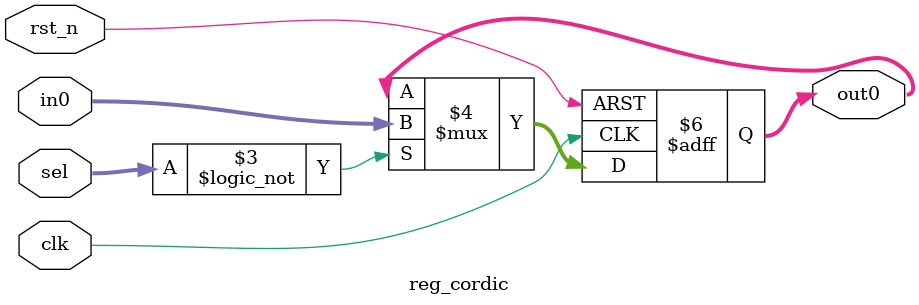
<source format=v>

module reg_cordic
#(
	parameter width = 32
)
(
	input				[width-1:0]	in0,
	input								clk,rst_n,
	input				[3:0]			sel,
	output	reg	[width-1:0]	out0
);
	always @ (posedge clk or negedge rst_n)begin
		if(!rst_n)begin
			out0 <= 0;
		end
		else if (!sel)	begin
			out0 <= in0;
		end
	end
endmodule

</source>
